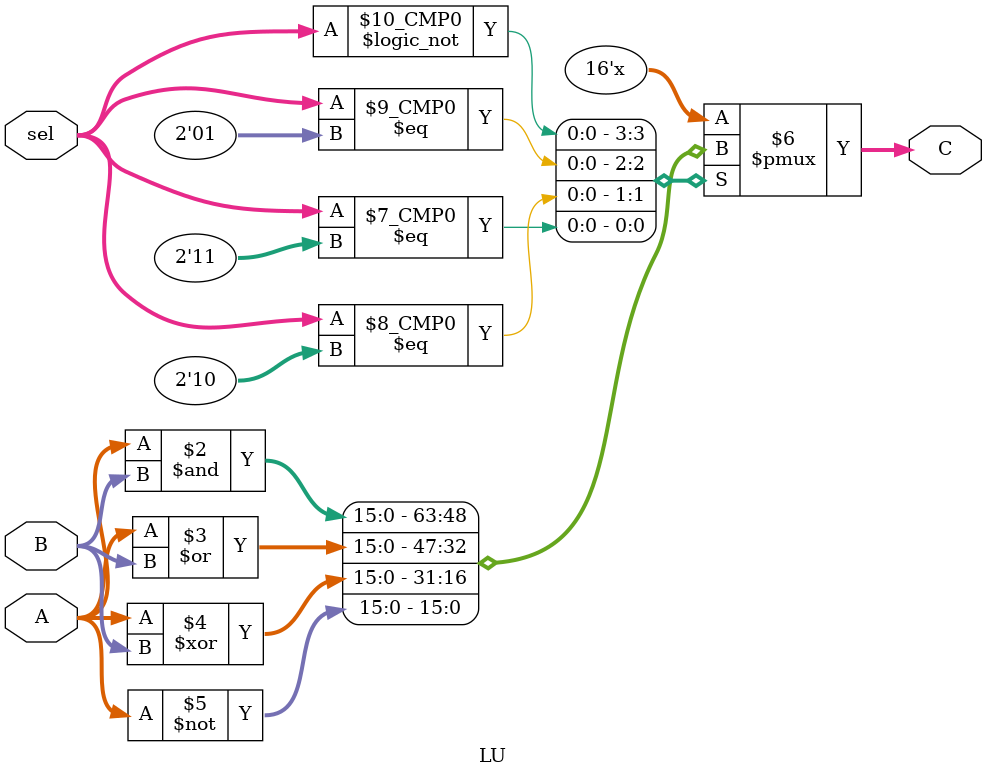
<source format=v>
module LU(output reg [15:0] C, input [15:0] A, input [15:0] B, input [1:0] sel);
	always begin
		case (sel)
			0: C = A&B;
			1: C = A|B;
			2: C = A^B;
			3: C = ~A;
		endcase
	end
endmodule

</source>
